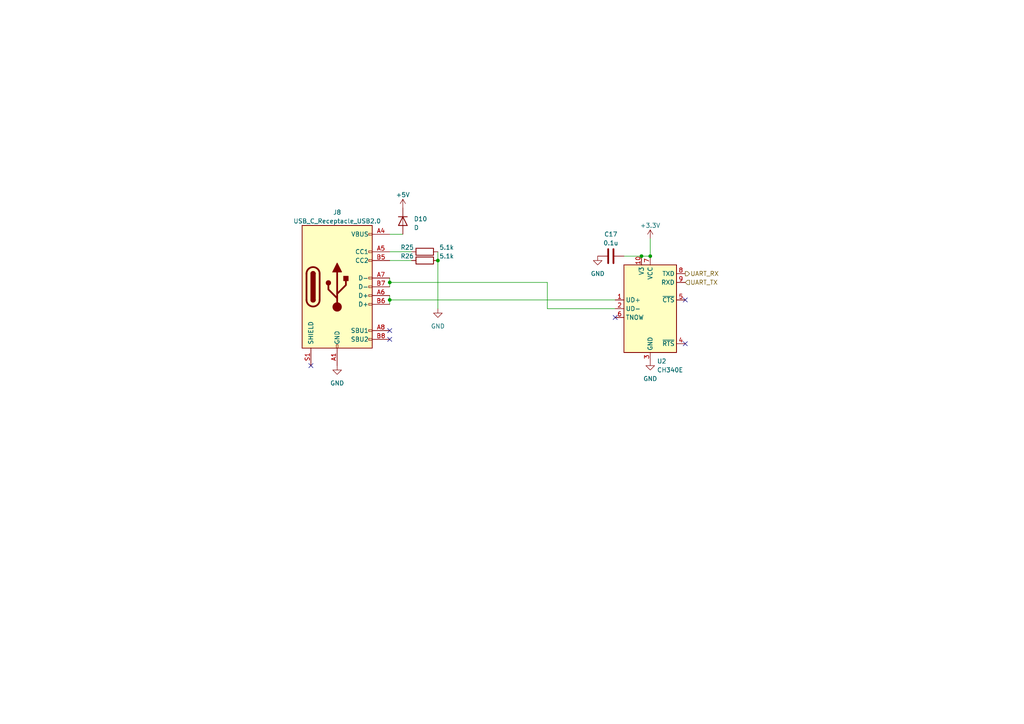
<source format=kicad_sch>
(kicad_sch (version 20231120) (generator "eeschema") (generator_version "8.0")
  (paper "A4")
  (lib_symbols
    (symbol "Connector:USB_C_Receptacle_USB2.0" (pin_names (offset 1.016))
      (property "Reference" "J" (at -10.16 19.05 0))
      (property "Value" "USB_C_Receptacle_USB2.0" (at 19.05 19.05 0))
      (symbol "USB_C_Receptacle_USB2.0_0_0"
        (rectangle (start -0.254 -17.78) (end 0.254 -16.764))
        (rectangle (start 10.16 -14.986) (end 9.144 -15.494))
        (rectangle (start 10.16 -12.446) (end 9.144 -12.954))
        (rectangle (start 10.16 -4.826) (end 9.144 -5.334))
        (rectangle (start 10.16 -2.286) (end 9.144 -2.794))
        (rectangle (start 10.16 0.254) (end 9.144 -0.254))
        (rectangle (start 10.16 2.794) (end 9.144 2.286))
        (rectangle (start 10.16 7.874) (end 9.144 7.366))
        (rectangle (start 10.16 10.414) (end 9.144 9.906))
        (rectangle (start 10.16 15.494) (end 9.144 14.986))
      )
      (symbol "USB_C_Receptacle_USB2.0_0_1"
        (rectangle (start -10.16 17.78) (end 10.16 -17.78) (stroke (width 0.254)) (fill (type background)))
        (arc (start -8.89 -3.81) (mid -6.985 -5.7067) (end -5.08 -3.81) (stroke (width 0.508)))
        (arc (start -7.62 -3.81) (mid -6.985 -4.4423) (end -6.35 -3.81) (stroke (width 0.254)))
        (arc (start -7.62 -3.81) (mid -6.985 -4.4423) (end -6.35 -3.81) (stroke (width 0.254)) (fill (type outline)))
        (rectangle (start -7.62 -3.81) (end -6.35 3.81) (stroke (width 0.254)) (fill (type outline)))
        (arc (start -6.35 3.81) (mid -6.985 4.4423) (end -7.62 3.81) (stroke (width 0.254)))
        (arc (start -6.35 3.81) (mid -6.985 4.4423) (end -7.62 3.81) (stroke (width 0.254)) (fill (type outline)))
        (arc (start -5.08 3.81) (mid -6.985 5.7067) (end -8.89 3.81) (stroke (width 0.508)))
        (circle (center -2.54 1.143) (radius 0.635) (stroke (width 0.254)) (fill (type outline)))
        (circle (center 0 -5.842) (radius 1.27) (fill (type outline)))
        (polyline (pts (xy -8.89 -3.81) (xy -8.89 3.81)) (stroke (width 0.508)))
        (polyline (pts (xy -5.08 3.81) (xy -5.08 -3.81)) (stroke (width 0.508)))
        (polyline (pts (xy 0 -5.842) (xy 0 4.318)) (stroke (width 0.508)))
        (polyline (pts (xy 0 -3.302) (xy -2.54 -0.762) (xy -2.54 0.508)) (stroke (width 0.508)))
        (polyline (pts (xy 0 -2.032) (xy 2.54 0.508) (xy 2.54 1.778)) (stroke (width 0.508)))
        (polyline (pts (xy -1.27 4.318) (xy 0 6.858) (xy 1.27 4.318) (xy -1.27 4.318)) (stroke (width 0.254)) (fill (type outline)))
        (rectangle (start 1.905 1.778) (end 3.175 3.048) (stroke (width 0.254)) (fill (type outline)))
      )
      (symbol "USB_C_Receptacle_USB2.0_1_1"
        (pin passive line (at 0 -22.86 90) (length 5.08) (name "GND") (number "A1"))
        (pin passive line (at 0 -22.86 90) (length 5.08) hide (name "GND") (number "A12"))
        (pin passive line (at 15.24 15.24 180) (length 5.08) (name "VBUS") (number "A4"))
        (pin bidirectional line (at 15.24 10.16 180) (length 5.08) (name "CC1") (number "A5"))
        (pin bidirectional line (at 15.24 -2.54 180) (length 5.08) (name "D+") (number "A6"))
        (pin bidirectional line (at 15.24 2.54 180) (length 5.08) (name "D-") (number "A7"))
        (pin bidirectional line (at 15.24 -12.7 180) (length 5.08) (name "SBU1") (number "A8"))
        (pin passive line (at 15.24 15.24 180) (length 5.08) hide (name "VBUS") (number "A9"))
        (pin passive line (at 0 -22.86 90) (length 5.08) hide (name "GND") (number "B1"))
        (pin passive line (at 0 -22.86 90) (length 5.08) hide (name "GND") (number "B12"))
        (pin passive line (at 15.24 15.24 180) (length 5.08) hide (name "VBUS") (number "B4"))
        (pin bidirectional line (at 15.24 7.62 180) (length 5.08) (name "CC2") (number "B5"))
        (pin bidirectional line (at 15.24 -5.08 180) (length 5.08) (name "D+") (number "B6"))
        (pin bidirectional line (at 15.24 0 180) (length 5.08) (name "D-") (number "B7"))
        (pin bidirectional line (at 15.24 -15.24 180) (length 5.08) (name "SBU2") (number "B8"))
        (pin passive line (at 15.24 15.24 180) (length 5.08) hide (name "VBUS") (number "B9"))
        (pin passive line (at -7.62 -22.86 90) (length 5.08) (name "SHIELD") (number "S1"))
      )
    )
    (symbol "Device:C" (pin_numbers hide) (pin_names (offset 0.254))
      (property "Reference" "C" (at 0.635 2.54 0))
      (property "Value" "C" (at 0.635 -2.54 0))
      (symbol "C_0_1"
        (polyline (pts (xy -2.032 -0.762) (xy 2.032 -0.762)) (stroke (width 0.508)))
        (polyline (pts (xy -2.032 0.762) (xy 2.032 0.762)) (stroke (width 0.508)))
      )
      (symbol "C_1_1"
        (pin passive line (at 0 3.81 270) (length 2.794) (name "~") (number "1"))
        (pin passive line (at 0 -3.81 90) (length 2.794) (name "~") (number "2"))
      )
    )
    (symbol "Device:D" (pin_numbers hide) (pin_names (offset 1.016) hide)
      (property "Reference" "D" (at 0 2.54 0))
      (property "Value" "D" (at 0 -2.54 0))
      (symbol "D_0_1"
        (polyline (pts (xy -1.27 1.27) (xy -1.27 -1.27)) (stroke (width 0.254)))
        (polyline (pts (xy 1.27 0) (xy -1.27 0)))
        (polyline (pts (xy 1.27 1.27) (xy 1.27 -1.27) (xy -1.27 0) (xy 1.27 1.27)) (stroke (width 0.254)))
      )
      (symbol "D_1_1"
        (pin passive line (at -3.81 0 0) (length 2.54) (name "K") (number "1"))
        (pin passive line (at 3.81 0 180) (length 2.54) (name "A") (number "2"))
      )
    )
    (symbol "Device:R" (pin_numbers hide) (pin_names (offset 0))
      (property "Reference" "R" (at 2.032 0 90))
      (property "Value" "R" (at 0 0 90))
      (symbol "R_0_1"
        (rectangle (start -1.016 -2.54) (end 1.016 2.54) (stroke (width 0.254)))
      )
      (symbol "R_1_1"
        (pin passive line (at 0 3.81 270) (length 1.27) (name "~") (number "1"))
        (pin passive line (at 0 -3.81 90) (length 1.27) (name "~") (number "2"))
      )
    )
    (symbol "Interface_USB:CH340E"
      (property "Reference" "U" (at -5.08 13.97 0))
      (property "Value" "CH340E" (at 1.27 13.97 0))
      (symbol "CH340E_0_1"
        (rectangle (start -7.62 12.7) (end 7.62 -12.7) (stroke (width 0.254)) (fill (type background)))
      )
      (symbol "CH340E_1_1"
        (pin bidirectional line (at -10.16 2.54 0) (length 2.54) (name "UD+") (number "1"))
        (pin passive line (at -2.54 15.24 270) (length 2.54) (name "V3") (number "10"))
        (pin bidirectional line (at -10.16 0 0) (length 2.54) (name "UD-") (number "2"))
        (pin power_in line (at 0 -15.24 90) (length 2.54) (name "GND") (number "3"))
        (pin output line (at 10.16 -10.16 180) (length 2.54) (name "~{RTS}") (number "4"))
        (pin input line (at 10.16 2.54 180) (length 2.54) (name "~{CTS}") (number "5"))
        (pin output line (at -10.16 -2.54 0) (length 2.54) (name "TNOW") (number "6"))
        (pin power_in line (at 0 15.24 270) (length 2.54) (name "VCC") (number "7"))
        (pin output line (at 10.16 10.16 180) (length 2.54) (name "TXD") (number "8"))
        (pin input line (at 10.16 7.62 180) (length 2.54) (name "RXD") (number "9"))
      )
    )
    (symbol "power:+3.3V" (power) (pin_names (offset 0))
      (property "Value" "+3.3V" (at 0 3.556 0))
      (symbol "+3.3V_0_1"
        (polyline (pts (xy -0.762 1.27) (xy 0 2.54)))
        (polyline (pts (xy 0 0) (xy 0 2.54)))
        (polyline (pts (xy 0 2.54) (xy 0.762 1.27)))
      )
      (symbol "+3.3V_1_1"
        (pin power_in line (at 0 0 90) (length 0) hide (name "+3.3V") (number "1"))
      )
    )
    (symbol "power:+5V" (power) (pin_names (offset 0))
      (property "Value" "+5V" (at 0 3.556 0))
      (symbol "+5V_0_1"
        (polyline (pts (xy -0.762 1.27) (xy 0 2.54)))
        (polyline (pts (xy 0 0) (xy 0 2.54)))
        (polyline (pts (xy 0 2.54) (xy 0.762 1.27)))
      )
      (symbol "+5V_1_1"
        (pin power_in line (at 0 0 90) (length 0) hide (name "+5V") (number "1"))
      )
    )
    (symbol "power:GND" (power) (pin_names (offset 0))
      (property "Value" "GND" (at 0 -3.81 0))
      (symbol "GND_0_1"
        (polyline (pts (xy 0 0) (xy 0 -1.27) (xy 1.27 -1.27) (xy 0 -2.54) (xy -1.27 -1.27) (xy 0 -1.27)))
      )
      (symbol "GND_1_1"
        (pin power_in line (at 0 0 270) (length 0) hide (name "GND") (number "1"))
      )
    )
  )
  (junction (at 113.03 81.915))
  (junction (at 113.03 86.995))
  (junction (at 188.595 74.295))
  (junction (at 186.055 74.295))
  (junction (at 127 75.565))
  (no_connect (at 113.03 98.425))
  (no_connect (at 198.755 86.995))
  (no_connect (at 90.17 106.045))
  (no_connect (at 198.755 99.695))
  (no_connect (at 113.03 95.885))
  (no_connect (at 178.435 92.075))
  (wire (pts (xy 127 73.025) (xy 127 75.565)))
  (wire (pts (xy 116.84 67.945) (xy 113.03 67.945)))
  (wire (pts (xy 113.03 86.995) (xy 113.03 88.265)))
  (wire (pts (xy 113.03 81.915) (xy 113.03 83.185)))
  (wire (pts (xy 113.03 86.995) (xy 178.435 86.995)))
  (wire (pts (xy 158.75 89.535) (xy 178.435 89.535)))
  (wire (pts (xy 113.03 81.915) (xy 158.75 81.915)))
  (wire (pts (xy 113.03 73.025) (xy 119.38 73.025)))
  (wire (pts (xy 113.03 85.725) (xy 113.03 86.995)))
  (wire (pts (xy 158.75 81.915) (xy 158.75 89.535)))
  (wire (pts (xy 188.595 69.215) (xy 188.595 74.295)))
  (wire (pts (xy 113.03 75.565) (xy 119.38 75.565)))
  (wire (pts (xy 113.03 80.645) (xy 113.03 81.915)))
  (wire (pts (xy 186.055 74.295) (xy 188.595 74.295)))
  (wire (pts (xy 180.975 74.295) (xy 186.055 74.295)))
  (wire (pts (xy 127 75.565) (xy 127 89.535)))
  (hierarchical_label "UART_RX" (shape output) (at 198.755 79.375 0))
  (hierarchical_label "UART_TX" (shape input) (at 198.755 81.915 0))
  (symbol (lib_id "Device:C") (at 177.165 74.295 90) (unit 1)
    (property "Reference" "C17" (at 177.165 67.945 90))
    (property "Value" "0.1u" (at 177.165 70.485 90))
    (property "Footprint" "Capacitor_SMD:C_0603_1608Metric_Pad1.08x0.95mm_HandSolder" (effects (hide yes)))
    (property "LCSC" "C14663" (effects (hide yes)))
    (instances (project "sMDU" (path "" (reference "C17") (unit 1)) (path "" (reference "C25") (unit 1))) (project "ぱわこ" (path "" (reference "C21") (unit 1))) (project "GPIO基板" (path "" (reference "C9") (unit 1))))
  )
  (symbol (lib_id "Connector:USB_C_Receptacle_USB2.0") (at 97.79 83.185 0) (unit 1)
    (property "Reference" "J8" (at 97.79 61.595 0))
    (property "Value" "USB_C_Receptacle_USB2.0" (at 97.79 64.135 0))
    (property "Footprint" "Connector_USB:USB_C_Receptacle_GCT_USB4105-xx-A_16P_TopMnt_Horizontal" (effects (hide yes)))
    (property "Datasheet" "https://www.usb.org/sites/default/files/documents/usb_type-c.zip" (effects (hide yes)))
    (instances (project "ぱわこ" (path "" (reference "J8") (unit 1))) (project "GPIO基板" (path "" (reference "J5") (unit 1))))
  )
  (symbol (lib_id "power:+3.3V") (at 188.595 69.215 0) (unit 1)
    (property "Reference" "#PWR032" (effects (hide yes)))
    (property "Value" "+3.3V" (at 188.595 65.405 0))
    (instances (project "sMDU" (path "" (reference "#PWR032") (unit 1)) (path "" (reference "#PWR073") (unit 1))) (project "ぱわこ" (path "" (reference "#PWR074") (unit 1))) (project "GPIO基板" (path "" (reference "#PWR051") (unit 1))))
  )
  (symbol (lib_id "Interface_USB:CH340E") (at 188.595 89.535 0) (unit 1)
    (property "Reference" "U2" (at 190.5509 104.775 0) (effects (justify left)))
    (property "Value" "CH340E" (at 190.5509 107.315 0) (effects (justify left)))
    (property "Footprint" "Package_SO:MSOP-10_3x3mm_P0.5mm" (effects (hide yes)))
    (property "Datasheet" "https://www.mpja.com/download/35227cpdata.pdf" (effects (hide yes)))
    (property "LCSC" "C99652" (effects (hide yes)))
    (instances (project "sMDU" (path "" (reference "U2") (unit 1)) (path "" (reference "U12") (unit 1))) (project "ぱわこ" (path "" (reference "U7") (unit 1))) (project "GPIO基板" (path "" (reference "U4") (unit 1))))
  )
  (symbol (lib_id "power:GND") (at 127 89.535 0) (unit 1)
    (property "Reference" "#PWR072" (effects (hide yes)))
    (property "Value" "GND" (at 127 94.615 0))
    (instances (project "ぱわこ" (path "" (reference "#PWR072") (unit 1))) (project "GPIO基板" (path "" (reference "#PWR049") (unit 1))))
  )
  (symbol (lib_id "power:GND") (at 97.79 106.045 0) (unit 1)
    (property "Reference" "#PWR070" (effects (hide yes)))
    (property "Value" "GND" (at 97.79 111.125 0))
    (instances (project "ぱわこ" (path "" (reference "#PWR070") (unit 1))) (project "GPIO基板" (path "" (reference "#PWR047") (unit 1))))
  )
  (symbol (lib_id "Device:R") (at 123.19 73.025 90) (unit 1)
    (property "Reference" "R25" (at 118.11 71.755 90))
    (property "Value" "5.1k" (at 129.54 71.755 90))
    (property "Footprint" "Resistor_SMD:R_0603_1608Metric_Pad0.98x0.95mm_HandSolder" (effects (hide yes)))
    (instances (project "ぱわこ" (path "" (reference "R25") (unit 1))) (project "GPIO基板" (path "" (reference "R29") (unit 1))))
  )
  (symbol (lib_id "power:GND") (at 173.355 74.295 0) (unit 1)
    (property "Reference" "#PWR033" (effects (hide yes)))
    (property "Value" "GND" (at 173.355 79.375 0))
    (instances (project "sMDU" (path "" (reference "#PWR033") (unit 1)) (path "" (reference "#PWR072") (unit 1))) (project "ぱわこ" (path "" (reference "#PWR073") (unit 1))) (project "GPIO基板" (path "" (reference "#PWR050") (unit 1))))
  )
  (symbol (lib_id "Device:R") (at 123.19 75.565 90) (unit 1)
    (property "Reference" "R26" (at 118.11 74.295 90))
    (property "Value" "5.1k" (at 129.54 74.295 90))
    (property "Footprint" "Resistor_SMD:R_0603_1608Metric_Pad0.98x0.95mm_HandSolder" (effects (hide yes)))
    (instances (project "ぱわこ" (path "" (reference "R26") (unit 1))) (project "GPIO基板" (path "" (reference "R30") (unit 1))))
  )
  (symbol (lib_id "Device:D") (at 116.84 64.135 270) (unit 1)
    (property "Reference" "D10" (at 120.015 63.5 90) (effects (justify left)))
    (property "Value" "D" (at 120.015 66.04 90) (effects (justify left)))
    (property "Footprint" "Diode_SMD:D_SOD-123" (effects (hide yes)))
    (property "Sim.Device" "D" (effects (hide yes)))
    (property "Sim.Pins" "1=K 2=A" (effects (hide yes)))
    (instances (project "ぱわこ" (path "" (reference "D10") (unit 1))) (project "GPIO基板" (path "" (reference "D16") (unit 1))))
  )
  (symbol (lib_id "power:+5V") (at 116.84 60.325 0) (unit 1)
    (property "Reference" "#PWR071" (effects (hide yes)))
    (property "Value" "+5V" (at 116.84 56.515 0))
    (instances (project "ぱわこ" (path "" (reference "#PWR071") (unit 1))) (project "GPIO基板" (path "" (reference "#PWR048") (unit 1))))
  )
  (symbol (lib_id "power:GND") (at 188.595 104.775 0) (unit 1)
    (property "Reference" "#PWR031" (effects (hide yes)))
    (property "Value" "GND" (at 188.595 109.855 0))
    (instances (project "sMDU" (path "" (reference "#PWR031") (unit 1)) (path "" (reference "#PWR074") (unit 1))) (project "ぱわこ" (path "" (reference "#PWR075") (unit 1))) (project "GPIO基板" (path "" (reference "#PWR052") (unit 1))))
  )
)
</source>
